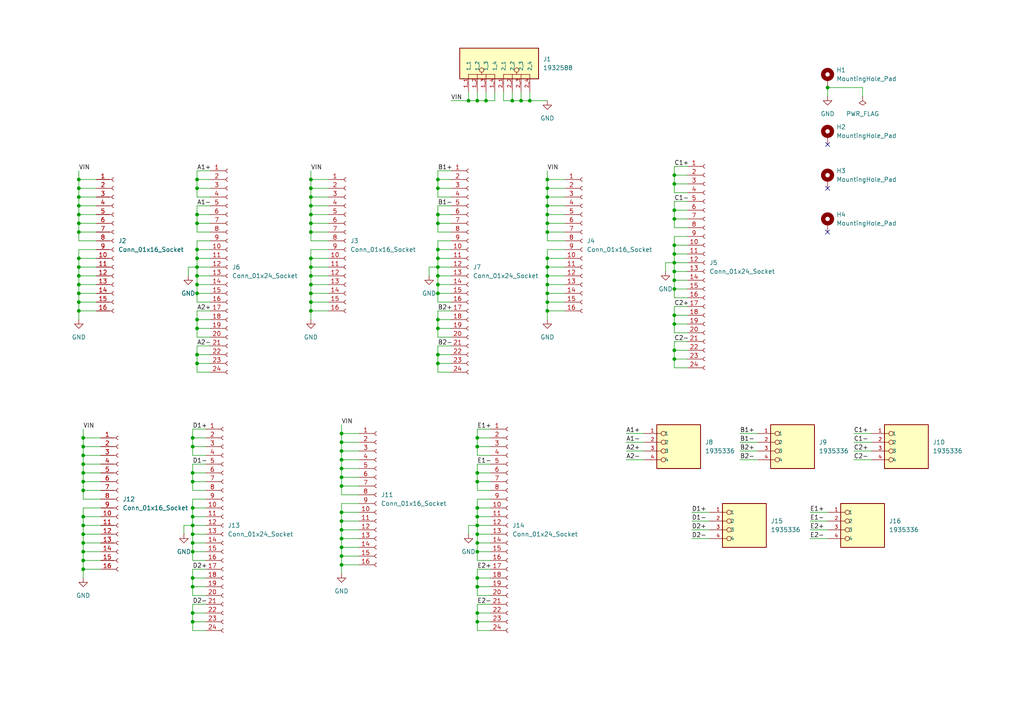
<source format=kicad_sch>
(kicad_sch (version 20250114) (generator "eeschema") (generator_version "9.0")
  (paper "A4")
  (lib_symbols
    (symbol "1932588:1932588" (pin_names (offset 1.016))
      (property "Reference" "J" (at -2.54 10.922 0))
      (property "Value" "1932588" (at -2.54 -15.24 0))
      (symbol "1932588_0_0"
        (rectangle (start -3.81 -12.7) (end 5.08 10.16) (stroke (width 0.254)) (fill (type background)))
        (polyline (pts (xy -2.54 7.62) (xy -2.54 3.81)) (stroke (width 0.1524)))
        (polyline (pts (xy -2.54 3.81) (xy -2.54 0)) (stroke (width 0.1524)))
        (polyline (pts (xy -2.54 3.81) (xy -1.905 3.81)) (stroke (width 0.1524)))
        (polyline (pts (xy -2.54 -2.54) (xy -2.54 -6.35)) (stroke (width 0.1524)))
        (polyline (pts (xy -2.54 -6.35) (xy -2.54 -10.16)) (stroke (width 0.1524)))
        (polyline (pts (xy -2.54 -6.35) (xy -1.905 -6.35)) (stroke (width 0.1524)))
        (circle (center -1.27 3.81) (radius 0.635) (stroke (width 0.1524)))
        (circle (center -1.27 -6.35) (radius 0.635) (stroke (width 0.1524)))
        (pin passive line (at -7.62 7.62 0) (length 5.08) (name "1_1") (number "1_1"))
        (pin passive line (at -7.62 5.08 0) (length 5.08) (name "1_2") (number "1_2"))
        (pin passive line (at -7.62 2.54 0) (length 5.08) (name "1_3") (number "1_3"))
        (pin passive line (at -7.62 0 0) (length 5.08) (name "1_4") (number "1_4"))
        (pin passive line (at -7.62 -2.54 0) (length 5.08) (name "2_1") (number "2_1"))
        (pin passive line (at -7.62 -5.08 0) (length 5.08) (name "2_2") (number "2_2"))
        (pin passive line (at -7.62 -7.62 0) (length 5.08) (name "2_3") (number "2_3"))
        (pin passive line (at -7.62 -10.16 0) (length 5.08) (name "2_4") (number "2_4"))
      )
    )
    (symbol "1935336:1935336" (pin_names (offset 1.016))
      (property "Reference" "J" (at -6.85 7.62 0))
      (property "Value" "1935336" (at -6.35 -7.62 0))
      (symbol "1935336_0_0"
        (rectangle (start -6.35 -5.08) (end 6.35 7.62) (stroke (width 0.254)) (fill (type background)))
        (circle (center -4.445 5.08) (radius 0.635) (stroke (width 0.1524)))
        (circle (center -4.445 2.54) (radius 0.635) (stroke (width 0.1524)))
        (circle (center -4.445 0) (radius 0.635) (stroke (width 0.1524)))
        (circle (center -4.445 -2.54) (radius 0.635) (stroke (width 0.1524)))
        (pin passive line (at -10.16 5.08 0) (length 5.08) (name "1") (number "1"))
        (pin passive line (at -10.16 2.54 0) (length 5.08) (name "2") (number "2"))
        (pin passive line (at -10.16 0 0) (length 5.08) (name "3") (number "3"))
        (pin passive line (at -10.16 -2.54 0) (length 5.08) (name "4") (number "4"))
      )
    )
    (symbol "Connector:Conn_01x16_Socket" (pin_names (offset 1.016) (hide yes))
      (property "Reference" "J" (at 0 20.32 0))
      (property "Value" "Conn_01x16_Socket" (at 0 -22.86 0))
      (symbol "Conn_01x16_Socket_1_1"
        (polyline (pts (xy -1.27 17.78) (xy -0.508 17.78)) (stroke (width 0.1524)))
        (polyline (pts (xy -1.27 15.24) (xy -0.508 15.24)) (stroke (width 0.1524)))
        (polyline (pts (xy -1.27 12.7) (xy -0.508 12.7)) (stroke (width 0.1524)))
        (polyline (pts (xy -1.27 10.16) (xy -0.508 10.16)) (stroke (width 0.1524)))
        (polyline (pts (xy -1.27 7.62) (xy -0.508 7.62)) (stroke (width 0.1524)))
        (polyline (pts (xy -1.27 5.08) (xy -0.508 5.08)) (stroke (width 0.1524)))
        (polyline (pts (xy -1.27 2.54) (xy -0.508 2.54)) (stroke (width 0.1524)))
        (polyline (pts (xy -1.27 0) (xy -0.508 0)) (stroke (width 0.1524)))
        (polyline (pts (xy -1.27 -2.54) (xy -0.508 -2.54)) (stroke (width 0.1524)))
        (polyline (pts (xy -1.27 -5.08) (xy -0.508 -5.08)) (stroke (width 0.1524)))
        (polyline (pts (xy -1.27 -7.62) (xy -0.508 -7.62)) (stroke (width 0.1524)))
        (polyline (pts (xy -1.27 -10.16) (xy -0.508 -10.16)) (stroke (width 0.1524)))
        (polyline (pts (xy -1.27 -12.7) (xy -0.508 -12.7)) (stroke (width 0.1524)))
        (polyline (pts (xy -1.27 -15.24) (xy -0.508 -15.24)) (stroke (width 0.1524)))
        (polyline (pts (xy -1.27 -17.78) (xy -0.508 -17.78)) (stroke (width 0.1524)))
        (polyline (pts (xy -1.27 -20.32) (xy -0.508 -20.32)) (stroke (width 0.1524)))
        (arc (start 0 17.272) (mid -0.5058 17.78) (end 0 18.288) (stroke (width 0.1524)))
        (arc (start 0 14.732) (mid -0.5058 15.24) (end 0 15.748) (stroke (width 0.1524)))
        (arc (start 0 12.192) (mid -0.5058 12.7) (end 0 13.208) (stroke (width 0.1524)))
        (arc (start 0 9.652) (mid -0.5058 10.16) (end 0 10.668) (stroke (width 0.1524)))
        (arc (start 0 7.112) (mid -0.5058 7.62) (end 0 8.128) (stroke (width 0.1524)))
        (arc (start 0 4.572) (mid -0.5058 5.08) (end 0 5.588) (stroke (width 0.1524)))
        (arc (start 0 2.032) (mid -0.5058 2.54) (end 0 3.048) (stroke (width 0.1524)))
        (arc (start 0 -0.508) (mid -0.5058 0) (end 0 0.508) (stroke (width 0.1524)))
        (arc (start 0 -3.048) (mid -0.5058 -2.54) (end 0 -2.032) (stroke (width 0.1524)))
        (arc (start 0 -5.588) (mid -0.5058 -5.08) (end 0 -4.572) (stroke (width 0.1524)))
        (arc (start 0 -8.128) (mid -0.5058 -7.62) (end 0 -7.112) (stroke (width 0.1524)))
        (arc (start 0 -10.668) (mid -0.5058 -10.16) (end 0 -9.652) (stroke (width 0.1524)))
        (arc (start 0 -13.208) (mid -0.5058 -12.7) (end 0 -12.192) (stroke (width 0.1524)))
        (arc (start 0 -15.748) (mid -0.5058 -15.24) (end 0 -14.732) (stroke (width 0.1524)))
        (arc (start 0 -18.288) (mid -0.5058 -17.78) (end 0 -17.272) (stroke (width 0.1524)))
        (arc (start 0 -20.828) (mid -0.5058 -20.32) (end 0 -19.812) (stroke (width 0.1524)))
        (pin passive line (at -5.08 17.78 0) (length 3.81) (name "Pin_1") (number "1"))
        (pin passive line (at -5.08 15.24 0) (length 3.81) (name "Pin_2") (number "2"))
        (pin passive line (at -5.08 12.7 0) (length 3.81) (name "Pin_3") (number "3"))
        (pin passive line (at -5.08 10.16 0) (length 3.81) (name "Pin_4") (number "4"))
        (pin passive line (at -5.08 7.62 0) (length 3.81) (name "Pin_5") (number "5"))
        (pin passive line (at -5.08 5.08 0) (length 3.81) (name "Pin_6") (number "6"))
        (pin passive line (at -5.08 2.54 0) (length 3.81) (name "Pin_7") (number "7"))
        (pin passive line (at -5.08 0 0) (length 3.81) (name "Pin_8") (number "8"))
        (pin passive line (at -5.08 -2.54 0) (length 3.81) (name "Pin_9") (number "9"))
        (pin passive line (at -5.08 -5.08 0) (length 3.81) (name "Pin_10") (number "10"))
        (pin passive line (at -5.08 -7.62 0) (length 3.81) (name "Pin_11") (number "11"))
        (pin passive line (at -5.08 -10.16 0) (length 3.81) (name "Pin_12") (number "12"))
        (pin passive line (at -5.08 -12.7 0) (length 3.81) (name "Pin_13") (number "13"))
        (pin passive line (at -5.08 -15.24 0) (length 3.81) (name "Pin_14") (number "14"))
        (pin passive line (at -5.08 -17.78 0) (length 3.81) (name "Pin_15") (number "15"))
        (pin passive line (at -5.08 -20.32 0) (length 3.81) (name "Pin_16") (number "16"))
      )
    )
    (symbol "Connector:Conn_01x24_Socket" (pin_names (offset 1.016) (hide yes))
      (property "Reference" "J" (at 0 30.48 0))
      (property "Value" "Conn_01x24_Socket" (at 0 -33.02 0))
      (symbol "Conn_01x24_Socket_1_1"
        (polyline (pts (xy -1.27 27.94) (xy -0.508 27.94)) (stroke (width 0.1524)))
        (polyline (pts (xy -1.27 25.4) (xy -0.508 25.4)) (stroke (width 0.1524)))
        (polyline (pts (xy -1.27 22.86) (xy -0.508 22.86)) (stroke (width 0.1524)))
        (polyline (pts (xy -1.27 20.32) (xy -0.508 20.32)) (stroke (width 0.1524)))
        (polyline (pts (xy -1.27 17.78) (xy -0.508 17.78)) (stroke (width 0.1524)))
        (polyline (pts (xy -1.27 15.24) (xy -0.508 15.24)) (stroke (width 0.1524)))
        (polyline (pts (xy -1.27 12.7) (xy -0.508 12.7)) (stroke (width 0.1524)))
        (polyline (pts (xy -1.27 10.16) (xy -0.508 10.16)) (stroke (width 0.1524)))
        (polyline (pts (xy -1.27 7.62) (xy -0.508 7.62)) (stroke (width 0.1524)))
        (polyline (pts (xy -1.27 5.08) (xy -0.508 5.08)) (stroke (width 0.1524)))
        (polyline (pts (xy -1.27 2.54) (xy -0.508 2.54)) (stroke (width 0.1524)))
        (polyline (pts (xy -1.27 0) (xy -0.508 0)) (stroke (width 0.1524)))
        (polyline (pts (xy -1.27 -2.54) (xy -0.508 -2.54)) (stroke (width 0.1524)))
        (polyline (pts (xy -1.27 -5.08) (xy -0.508 -5.08)) (stroke (width 0.1524)))
        (polyline (pts (xy -1.27 -7.62) (xy -0.508 -7.62)) (stroke (width 0.1524)))
        (polyline (pts (xy -1.27 -10.16) (xy -0.508 -10.16)) (stroke (width 0.1524)))
        (polyline (pts (xy -1.27 -12.7) (xy -0.508 -12.7)) (stroke (width 0.1524)))
        (polyline (pts (xy -1.27 -15.24) (xy -0.508 -15.24)) (stroke (width 0.1524)))
        (polyline (pts (xy -1.27 -17.78) (xy -0.508 -17.78)) (stroke (width 0.1524)))
        (polyline (pts (xy -1.27 -20.32) (xy -0.508 -20.32)) (stroke (width 0.1524)))
        (polyline (pts (xy -1.27 -22.86) (xy -0.508 -22.86)) (stroke (width 0.1524)))
        (polyline (pts (xy -1.27 -25.4) (xy -0.508 -25.4)) (stroke (width 0.1524)))
        (polyline (pts (xy -1.27 -27.94) (xy -0.508 -27.94)) (stroke (width 0.1524)))
        (polyline (pts (xy -1.27 -30.48) (xy -0.508 -30.48)) (stroke (width 0.1524)))
        (arc (start 0 27.432) (mid -0.5058 27.94) (end 0 28.448) (stroke (width 0.1524)))
        (arc (start 0 24.892) (mid -0.5058 25.4) (end 0 25.908) (stroke (width 0.1524)))
        (arc (start 0 22.352) (mid -0.5058 22.86) (end 0 23.368) (stroke (width 0.1524)))
        (arc (start 0 19.812) (mid -0.5058 20.32) (end 0 20.828) (stroke (width 0.1524)))
        (arc (start 0 17.272) (mid -0.5058 17.78) (end 0 18.288) (stroke (width 0.1524)))
        (arc (start 0 14.732) (mid -0.5058 15.24) (end 0 15.748) (stroke (width 0.1524)))
        (arc (start 0 12.192) (mid -0.5058 12.7) (end 0 13.208) (stroke (width 0.1524)))
        (arc (start 0 9.652) (mid -0.5058 10.16) (end 0 10.668) (stroke (width 0.1524)))
        (arc (start 0 7.112) (mid -0.5058 7.62) (end 0 8.128) (stroke (width 0.1524)))
        (arc (start 0 4.572) (mid -0.5058 5.08) (end 0 5.588) (stroke (width 0.1524)))
        (arc (start 0 2.032) (mid -0.5058 2.54) (end 0 3.048) (stroke (width 0.1524)))
        (arc (start 0 -0.508) (mid -0.5058 0) (end 0 0.508) (stroke (width 0.1524)))
        (arc (start 0 -3.048) (mid -0.5058 -2.54) (end 0 -2.032) (stroke (width 0.1524)))
        (arc (start 0 -5.588) (mid -0.5058 -5.08) (end 0 -4.572) (stroke (width 0.1524)))
        (arc (start 0 -8.128) (mid -0.5058 -7.62) (end 0 -7.112) (stroke (width 0.1524)))
        (arc (start 0 -10.668) (mid -0.5058 -10.16) (end 0 -9.652) (stroke (width 0.1524)))
        (arc (start 0 -13.208) (mid -0.5058 -12.7) (end 0 -12.192) (stroke (width 0.1524)))
        (arc (start 0 -15.748) (mid -0.5058 -15.24) (end 0 -14.732) (stroke (width 0.1524)))
        (arc (start 0 -18.288) (mid -0.5058 -17.78) (end 0 -17.272) (stroke (width 0.1524)))
        (arc (start 0 -20.828) (mid -0.5058 -20.32) (end 0 -19.812) (stroke (width 0.1524)))
        (arc (start 0 -23.368) (mid -0.5058 -22.86) (end 0 -22.352) (stroke (width 0.1524)))
        (arc (start 0 -25.908) (mid -0.5058 -25.4) (end 0 -24.892) (stroke (width 0.1524)))
        (arc (start 0 -28.448) (mid -0.5058 -27.94) (end 0 -27.432) (stroke (width 0.1524)))
        (arc (start 0 -30.988) (mid -0.5058 -30.48) (end 0 -29.972) (stroke (width 0.1524)))
        (pin passive line (at -5.08 27.94 0) (length 3.81) (name "Pin_1") (number "1"))
        (pin passive line (at -5.08 25.4 0) (length 3.81) (name "Pin_2") (number "2"))
        (pin passive line (at -5.08 22.86 0) (length 3.81) (name "Pin_3") (number "3"))
        (pin passive line (at -5.08 20.32 0) (length 3.81) (name "Pin_4") (number "4"))
        (pin passive line (at -5.08 17.78 0) (length 3.81) (name "Pin_5") (number "5"))
        (pin passive line (at -5.08 15.24 0) (length 3.81) (name "Pin_6") (number "6"))
        (pin passive line (at -5.08 12.7 0) (length 3.81) (name "Pin_7") (number "7"))
        (pin passive line (at -5.08 10.16 0) (length 3.81) (name "Pin_8") (number "8"))
        (pin passive line (at -5.08 7.62 0) (length 3.81) (name "Pin_9") (number "9"))
        (pin passive line (at -5.08 5.08 0) (length 3.81) (name "Pin_10") (number "10"))
        (pin passive line (at -5.08 2.54 0) (length 3.81) (name "Pin_11") (number "11"))
        (pin passive line (at -5.08 0 0) (length 3.81) (name "Pin_12") (number "12"))
        (pin passive line (at -5.08 -2.54 0) (length 3.81) (name "Pin_13") (number "13"))
        (pin passive line (at -5.08 -5.08 0) (length 3.81) (name "Pin_14") (number "14"))
        (pin passive line (at -5.08 -7.62 0) (length 3.81) (name "Pin_15") (number "15"))
        (pin passive line (at -5.08 -10.16 0) (length 3.81) (name "Pin_16") (number "16"))
        (pin passive line (at -5.08 -12.7 0) (length 3.81) (name "Pin_17") (number "17"))
        (pin passive line (at -5.08 -15.24 0) (length 3.81) (name "Pin_18") (number "18"))
        (pin passive line (at -5.08 -17.78 0) (length 3.81) (name "Pin_19") (number "19"))
        (pin passive line (at -5.08 -20.32 0) (length 3.81) (name "Pin_20") (number "20"))
        (pin passive line (at -5.08 -22.86 0) (length 3.81) (name "Pin_21") (number "21"))
        (pin passive line (at -5.08 -25.4 0) (length 3.81) (name "Pin_22") (number "22"))
        (pin passive line (at -5.08 -27.94 0) (length 3.81) (name "Pin_23") (number "23"))
        (pin passive line (at -5.08 -30.48 0) (length 3.81) (name "Pin_24") (number "24"))
      )
    )
    (symbol "Mechanical:MountingHole_Pad" (pin_numbers (hide yes)) (pin_names (offset 1.016) (hide yes)) (exclude_from_sim yes) (in_bom no)
      (property "Reference" "H" (at 0 6.35 0))
      (property "Value" "MountingHole_Pad" (at 0 4.445 0))
      (symbol "MountingHole_Pad_0_1"
        (circle (center 0 1.27) (radius 1.27) (stroke (width 1.27)))
      )
      (symbol "MountingHole_Pad_1_1"
        (pin input line (at 0 -2.54 90) (length 2.54) (name "1") (number "1"))
      )
    )
    (symbol "power:GND" (power) (pin_numbers (hide yes)) (pin_names (offset 0) (hide yes))
      (property "Value" "GND" (at 0 -3.81 0))
      (symbol "GND_0_1"
        (polyline (pts (xy 0 0) (xy 0 -1.27) (xy 1.27 -1.27) (xy 0 -2.54) (xy -1.27 -1.27) (xy 0 -1.27)))
      )
      (symbol "GND_1_1"
        (pin power_in line (at 0 0 270) (length 0) (name "~") (number "1"))
      )
    )
    (symbol "power:PWR_FLAG" (power) (pin_numbers (hide yes)) (pin_names (offset 0) (hide yes))
      (property "Value" "PWR_FLAG" (at 0 3.81 0))
      (symbol "PWR_FLAG_0_0"
        (pin power_out line (at 0 0 90) (length 0) (name "~") (number "1"))
      )
      (symbol "PWR_FLAG_0_1"
        (polyline (pts (xy 0 0) (xy 0 1.27) (xy -1.016 1.905) (xy 0 2.54) (xy 1.016 1.905) (xy 0 1.27)))
      )
    )
  )
  (junction (at 127 54.61))
  (junction (at 24.13 137.16))
  (junction (at 240.03 25.4))
  (junction (at 22.86 59.69))
  (junction (at 195.58 60.96))
  (junction (at 22.86 64.77))
  (junction (at 127 92.71))
  (junction (at 24.13 160.02))
  (junction (at 57.15 80.01))
  (junction (at 127 85.09))
  (junction (at 90.17 62.23))
  (junction (at 57.15 62.23))
  (junction (at 195.58 83.82))
  (junction (at 24.13 154.94))
  (junction (at 127 95.25))
  (junction (at 90.17 67.31))
  (junction (at 99.06 163.83))
  (junction (at 195.58 50.8))
  (junction (at 158.75 54.61))
  (junction (at 138.43 157.48))
  (junction (at 22.86 54.61))
  (junction (at 195.58 104.14))
  (junction (at 99.06 130.81))
  (junction (at 127 74.93))
  (junction (at 138.43 180.34))
  (junction (at 158.75 67.31))
  (junction (at 158.75 52.07))
  (junction (at 158.75 87.63))
  (junction (at 99.06 140.97))
  (junction (at 55.88 177.8))
  (junction (at 99.06 153.67))
  (junction (at 158.75 85.09))
  (junction (at 57.15 102.87))
  (junction (at 57.15 92.71))
  (junction (at 127 105.41))
  (junction (at 99.06 151.13))
  (junction (at 22.86 62.23))
  (junction (at 158.75 57.15))
  (junction (at 99.06 135.89))
  (junction (at 24.13 152.4))
  (junction (at 158.75 90.17))
  (junction (at 158.75 80.01))
  (junction (at 24.13 149.86))
  (junction (at 158.75 82.55))
  (junction (at 99.06 128.27))
  (junction (at 57.15 72.39))
  (junction (at 90.17 87.63))
  (junction (at 57.15 52.07))
  (junction (at 138.43 137.16))
  (junction (at 158.75 64.77))
  (junction (at 22.86 85.09))
  (junction (at 138.43 167.64))
  (junction (at 158.75 62.23))
  (junction (at 195.58 101.6))
  (junction (at 99.06 125.73))
  (junction (at 22.86 52.07))
  (junction (at 55.88 167.64))
  (junction (at 153.67 29.21))
  (junction (at 24.13 129.54))
  (junction (at 138.43 147.32))
  (junction (at 99.06 161.29))
  (junction (at 127 64.77))
  (junction (at 195.58 71.12))
  (junction (at 57.15 82.55))
  (junction (at 138.43 177.8))
  (junction (at 24.13 132.08))
  (junction (at 158.75 74.93))
  (junction (at 135.89 29.21))
  (junction (at 138.43 152.4))
  (junction (at 138.43 160.02))
  (junction (at 140.97 29.21))
  (junction (at 158.75 77.47))
  (junction (at 55.88 129.54))
  (junction (at 148.59 29.21))
  (junction (at 90.17 74.93))
  (junction (at 55.88 154.94))
  (junction (at 57.15 105.41))
  (junction (at 158.75 59.69))
  (junction (at 195.58 73.66))
  (junction (at 22.86 87.63))
  (junction (at 22.86 57.15))
  (junction (at 22.86 80.01))
  (junction (at 127 82.55))
  (junction (at 90.17 59.69))
  (junction (at 55.88 170.18))
  (junction (at 99.06 148.59))
  (junction (at 24.13 127))
  (junction (at 22.86 90.17))
  (junction (at 57.15 85.09))
  (junction (at 195.58 81.28))
  (junction (at 90.17 82.55))
  (junction (at 57.15 54.61))
  (junction (at 99.06 158.75))
  (junction (at 57.15 74.93))
  (junction (at 24.13 162.56))
  (junction (at 151.13 29.21))
  (junction (at 90.17 54.61))
  (junction (at 90.17 77.47))
  (junction (at 99.06 156.21))
  (junction (at 127 52.07))
  (junction (at 22.86 82.55))
  (junction (at 24.13 139.7))
  (junction (at 138.43 139.7))
  (junction (at 22.86 74.93))
  (junction (at 99.06 138.43))
  (junction (at 195.58 76.2))
  (junction (at 55.88 139.7))
  (junction (at 22.86 67.31))
  (junction (at 90.17 52.07))
  (junction (at 55.88 157.48))
  (junction (at 138.43 154.94))
  (junction (at 24.13 165.1))
  (junction (at 57.15 77.47))
  (junction (at 127 80.01))
  (junction (at 195.58 53.34))
  (junction (at 57.15 95.25))
  (junction (at 195.58 78.74))
  (junction (at 127 72.39))
  (junction (at 138.43 127))
  (junction (at 55.88 137.16))
  (junction (at 55.88 127))
  (junction (at 90.17 64.77))
  (junction (at 195.58 91.44))
  (junction (at 138.43 170.18))
  (junction (at 57.15 64.77))
  (junction (at 90.17 80.01))
  (junction (at 24.13 142.24))
  (junction (at 90.17 57.15))
  (junction (at 90.17 85.09))
  (junction (at 55.88 152.4))
  (junction (at 127 62.23))
  (junction (at 127 102.87))
  (junction (at 195.58 93.98))
  (junction (at 127 77.47))
  (junction (at 138.43 149.86))
  (junction (at 55.88 149.86))
  (junction (at 55.88 147.32))
  (junction (at 24.13 157.48))
  (junction (at 90.17 90.17))
  (junction (at 138.43 129.54))
  (junction (at 24.13 134.62))
  (junction (at 99.06 133.35))
  (junction (at 138.43 29.21))
  (junction (at 195.58 63.5))
  (junction (at 55.88 160.02))
  (junction (at 22.86 77.47))
  (junction (at 55.88 180.34))
  (no_connect (at 240.03 67.31))
  (no_connect (at 240.03 54.61))
  (no_connect (at 240.03 41.91))
  (wire (pts (xy 127 102.87) (xy 127 105.41)))
  (wire (pts (xy 158.75 87.63) (xy 163.83 87.63)))
  (wire (pts (xy 158.75 92.71) (xy 158.75 90.17)))
  (wire (pts (xy 57.15 54.61) (xy 57.15 57.15)))
  (wire (pts (xy 27.94 52.07) (xy 22.86 52.07)))
  (wire (pts (xy 158.75 85.09) (xy 163.83 85.09)))
  (wire (pts (xy 55.88 129.54) (xy 59.69 129.54)))
  (wire (pts (xy 24.13 149.86) (xy 29.21 149.86)))
  (wire (pts (xy 57.15 72.39) (xy 60.96 72.39)))
  (wire (pts (xy 90.17 64.77) (xy 95.25 64.77)))
  (wire (pts (xy 22.86 62.23) (xy 22.86 64.77)))
  (wire (pts (xy 57.15 77.47) (xy 60.96 77.47)))
  (wire (pts (xy 158.75 80.01) (xy 163.83 80.01)))
  (wire (pts (xy 158.75 82.55) (xy 163.83 82.55)))
  (wire (pts (xy 195.58 53.34) (xy 199.39 53.34)))
  (wire (pts (xy 22.86 74.93) (xy 27.94 74.93)))
  (wire (pts (xy 55.88 162.56) (xy 59.69 162.56)))
  (wire (pts (xy 57.15 95.25) (xy 57.15 97.79)))
  (wire (pts (xy 138.43 127) (xy 142.24 127)))
  (wire (pts (xy 90.17 80.01) (xy 90.17 77.47)))
  (wire (pts (xy 90.17 90.17) (xy 90.17 87.63)))
  (wire (pts (xy 22.86 92.71) (xy 22.86 90.17)))
  (wire (pts (xy 158.75 69.85) (xy 163.83 69.85)))
  (wire (pts (xy 195.58 68.58) (xy 195.58 71.12)))
  (wire (pts (xy 99.06 161.29) (xy 104.14 161.29)))
  (wire (pts (xy 195.58 104.14) (xy 195.58 106.68)))
  (wire (pts (xy 130.81 90.17) (xy 127 90.17)))
  (wire (pts (xy 55.88 147.32) (xy 59.69 147.32)))
  (wire (pts (xy 24.13 147.32) (xy 29.21 147.32)))
  (wire (pts (xy 234.95 148.59) (xy 240.03 148.59)))
  (wire (pts (xy 57.15 90.17) (xy 57.15 92.71)))
  (wire (pts (xy 99.06 138.43) (xy 104.14 138.43)))
  (wire (pts (xy 90.17 54.61) (xy 90.17 57.15)))
  (wire (pts (xy 57.15 54.61) (xy 60.96 54.61)))
  (wire (pts (xy 22.86 59.69) (xy 27.94 59.69)))
  (wire (pts (xy 99.06 148.59) (xy 104.14 148.59)))
  (wire (pts (xy 99.06 135.89) (xy 104.14 135.89)))
  (wire (pts (xy 138.43 170.18) (xy 138.43 172.72)))
  (wire (pts (xy 57.15 59.69) (xy 57.15 62.23)))
  (wire (pts (xy 27.94 90.17) (xy 22.86 90.17)))
  (wire (pts (xy 99.06 130.81) (xy 99.06 133.35)))
  (wire (pts (xy 55.88 149.86) (xy 59.69 149.86)))
  (wire (pts (xy 99.06 133.35) (xy 104.14 133.35)))
  (wire (pts (xy 138.43 167.64) (xy 142.24 167.64)))
  (wire (pts (xy 24.13 165.1) (xy 24.13 162.56)))
  (wire (pts (xy 138.43 165.1) (xy 138.43 167.64)))
  (wire (pts (xy 138.43 139.7) (xy 138.43 142.24)))
  (wire (pts (xy 55.88 142.24) (xy 59.69 142.24)))
  (wire (pts (xy 104.14 125.73) (xy 99.06 125.73)))
  (wire (pts (xy 138.43 147.32) (xy 142.24 147.32)))
  (wire (pts (xy 24.13 149.86) (xy 24.13 147.32)))
  (wire (pts (xy 57.15 67.31) (xy 60.96 67.31)))
  (wire (pts (xy 250.19 25.4) (xy 240.03 25.4)))
  (wire (pts (xy 55.88 170.18) (xy 55.88 172.72)))
  (wire (pts (xy 127 52.07) (xy 127 54.61)))
  (wire (pts (xy 24.13 157.48) (xy 29.21 157.48)))
  (wire (pts (xy 140.97 29.21) (xy 138.43 29.21)))
  (wire (pts (xy 59.69 175.26) (xy 55.88 175.26)))
  (wire (pts (xy 130.81 80.01) (xy 127 80.01)))
  (wire (pts (xy 143.51 29.21) (xy 140.97 29.21)))
  (wire (pts (xy 138.43 127) (xy 138.43 129.54)))
  (wire (pts (xy 195.58 93.98) (xy 195.58 96.52)))
  (wire (pts (xy 138.43 157.48) (xy 142.24 157.48)))
  (wire (pts (xy 127 102.87) (xy 130.81 102.87)))
  (wire (pts (xy 158.75 62.23) (xy 158.75 64.77)))
  (wire (pts (xy 138.43 162.56) (xy 142.24 162.56)))
  (wire (pts (xy 127 77.47) (xy 130.81 77.47)))
  (wire (pts (xy 22.86 57.15) (xy 27.94 57.15)))
  (wire (pts (xy 55.88 157.48) (xy 59.69 157.48)))
  (wire (pts (xy 24.13 129.54) (xy 24.13 132.08)))
  (wire (pts (xy 22.86 74.93) (xy 22.86 72.39)))
  (wire (pts (xy 22.86 85.09) (xy 22.86 82.55)))
  (wire (pts (xy 55.88 177.8) (xy 55.88 180.34)))
  (wire (pts (xy 99.06 140.97) (xy 99.06 143.51)))
  (wire (pts (xy 57.15 69.85) (xy 57.15 72.39)))
  (wire (pts (xy 55.88 170.18) (xy 59.69 170.18)))
  (wire (pts (xy 24.13 137.16) (xy 24.13 139.7)))
  (wire (pts (xy 140.97 26.67) (xy 140.97 29.21)))
  (wire (pts (xy 199.39 99.06) (xy 195.58 99.06)))
  (wire (pts (xy 138.43 134.62) (xy 138.43 137.16)))
  (wire (pts (xy 24.13 157.48) (xy 24.13 154.94)))
  (wire (pts (xy 138.43 167.64) (xy 138.43 170.18)))
  (wire (pts (xy 22.86 82.55) (xy 27.94 82.55)))
  (wire (pts (xy 158.75 64.77) (xy 158.75 67.31)))
  (wire (pts (xy 158.75 67.31) (xy 158.75 69.85)))
  (wire (pts (xy 57.15 82.55) (xy 60.96 82.55)))
  (wire (pts (xy 22.86 82.55) (xy 22.86 80.01)))
  (wire (pts (xy 55.88 180.34) (xy 55.88 182.88)))
  (wire (pts (xy 22.86 64.77) (xy 22.86 67.31)))
  (wire (pts (xy 127 52.07) (xy 130.81 52.07)))
  (wire (pts (xy 158.75 77.47) (xy 158.75 74.93)))
  (wire (pts (xy 24.13 160.02) (xy 29.21 160.02)))
  (wire (pts (xy 181.61 128.27) (xy 186.69 128.27)))
  (wire (pts (xy 127 69.85) (xy 127 72.39)))
  (wire (pts (xy 90.17 57.15) (xy 90.17 59.69)))
  (wire (pts (xy 53.34 152.4) (xy 53.34 154.94)))
  (wire (pts (xy 234.95 151.13) (xy 240.03 151.13)))
  (wire (pts (xy 60.96 100.33) (xy 57.15 100.33)))
  (wire (pts (xy 99.06 161.29) (xy 99.06 158.75)))
  (wire (pts (xy 55.88 127) (xy 59.69 127)))
  (wire (pts (xy 24.13 139.7) (xy 29.21 139.7)))
  (wire (pts (xy 22.86 72.39) (xy 27.94 72.39)))
  (wire (pts (xy 90.17 62.23) (xy 95.25 62.23)))
  (wire (pts (xy 138.43 132.08) (xy 142.24 132.08)))
  (wire (pts (xy 57.15 62.23) (xy 60.96 62.23)))
  (wire (pts (xy 99.06 140.97) (xy 104.14 140.97)))
  (wire (pts (xy 127 74.93) (xy 130.81 74.93)))
  (wire (pts (xy 57.15 64.77) (xy 57.15 67.31)))
  (wire (pts (xy 138.43 152.4) (xy 135.89 152.4)))
  (wire (pts (xy 153.67 26.67) (xy 153.67 29.21)))
  (wire (pts (xy 54.61 77.47) (xy 54.61 80.01)))
  (wire (pts (xy 90.17 62.23) (xy 90.17 64.77)))
  (wire (pts (xy 195.58 71.12) (xy 195.58 73.66)))
  (wire (pts (xy 195.58 53.34) (xy 195.58 55.88)))
  (wire (pts (xy 29.21 165.1) (xy 24.13 165.1)))
  (wire (pts (xy 195.58 66.04) (xy 199.39 66.04)))
  (wire (pts (xy 158.75 77.47) (xy 163.83 77.47)))
  (wire (pts (xy 99.06 153.67) (xy 99.06 151.13)))
  (wire (pts (xy 55.88 137.16) (xy 59.69 137.16)))
  (wire (pts (xy 57.15 107.95) (xy 60.96 107.95)))
  (wire (pts (xy 158.75 90.17) (xy 158.75 87.63)))
  (wire (pts (xy 195.58 63.5) (xy 195.58 66.04)))
  (wire (pts (xy 24.13 162.56) (xy 29.21 162.56)))
  (wire (pts (xy 57.15 74.93) (xy 60.96 74.93)))
  (wire (pts (xy 158.75 62.23) (xy 163.83 62.23)))
  (wire (pts (xy 127 57.15) (xy 130.81 57.15)))
  (wire (pts (xy 127 80.01) (xy 127 82.55)))
  (wire (pts (xy 158.75 74.93) (xy 163.83 74.93)))
  (wire (pts (xy 55.88 157.48) (xy 55.88 160.02)))
  (wire (pts (xy 138.43 139.7) (xy 142.24 139.7)))
  (wire (pts (xy 24.13 139.7) (xy 24.13 142.24)))
  (wire (pts (xy 24.13 154.94) (xy 24.13 152.4)))
  (wire (pts (xy 99.06 128.27) (xy 99.06 130.81)))
  (wire (pts (xy 55.88 152.4) (xy 59.69 152.4)))
  (wire (pts (xy 158.75 49.53) (xy 158.75 52.07)))
  (wire (pts (xy 90.17 67.31) (xy 90.17 69.85)))
  (wire (pts (xy 55.88 167.64) (xy 55.88 170.18)))
  (wire (pts (xy 234.95 156.21) (xy 240.03 156.21)))
  (wire (pts (xy 57.15 57.15) (xy 60.96 57.15)))
  (wire (pts (xy 55.88 132.08) (xy 59.69 132.08)))
  (wire (pts (xy 22.86 80.01) (xy 27.94 80.01)))
  (wire (pts (xy 135.89 152.4) (xy 135.89 154.94)))
  (wire (pts (xy 214.63 125.73) (xy 219.71 125.73)))
  (wire (pts (xy 127 107.95) (xy 130.81 107.95)))
  (wire (pts (xy 127 77.47) (xy 124.46 77.47)))
  (wire (pts (xy 99.06 125.73) (xy 99.06 128.27)))
  (wire (pts (xy 138.43 177.8) (xy 142.24 177.8)))
  (wire (pts (xy 195.58 104.14) (xy 199.39 104.14)))
  (wire (pts (xy 200.66 153.67) (xy 205.74 153.67)))
  (wire (pts (xy 195.58 99.06) (xy 195.58 101.6)))
  (wire (pts (xy 195.58 106.68) (xy 199.39 106.68)))
  (wire (pts (xy 22.86 77.47) (xy 22.86 74.93)))
  (wire (pts (xy 24.13 152.4) (xy 29.21 152.4)))
  (wire (pts (xy 158.75 67.31) (xy 163.83 67.31)))
  (wire (pts (xy 138.43 160.02) (xy 142.24 160.02)))
  (wire (pts (xy 57.15 102.87) (xy 60.96 102.87)))
  (wire (pts (xy 57.15 80.01) (xy 57.15 82.55)))
  (wire (pts (xy 55.88 124.46) (xy 55.88 127)))
  (wire (pts (xy 55.88 160.02) (xy 55.88 162.56)))
  (wire (pts (xy 158.75 64.77) (xy 163.83 64.77)))
  (wire (pts (xy 138.43 182.88) (xy 142.24 182.88)))
  (wire (pts (xy 24.13 132.08) (xy 24.13 134.62)))
  (wire (pts (xy 193.04 76.2) (xy 193.04 78.74)))
  (wire (pts (xy 90.17 74.93) (xy 95.25 74.93)))
  (wire (pts (xy 195.58 93.98) (xy 199.39 93.98)))
  (wire (pts (xy 158.75 80.01) (xy 158.75 77.47)))
  (wire (pts (xy 57.15 52.07) (xy 57.15 54.61)))
  (wire (pts (xy 247.65 125.73) (xy 252.73 125.73)))
  (wire (pts (xy 24.13 142.24) (xy 29.21 142.24)))
  (wire (pts (xy 99.06 123.19) (xy 99.06 125.73)))
  (wire (pts (xy 99.06 143.51) (xy 104.14 143.51)))
  (wire (pts (xy 127 105.41) (xy 130.81 105.41)))
  (wire (pts (xy 195.58 73.66) (xy 195.58 76.2)))
  (wire (pts (xy 22.86 85.09) (xy 27.94 85.09)))
  (wire (pts (xy 127 95.25) (xy 127 97.79)))
  (wire (pts (xy 90.17 82.55) (xy 95.25 82.55)))
  (wire (pts (xy 90.17 85.09) (xy 95.25 85.09)))
  (wire (pts (xy 195.58 76.2) (xy 199.39 76.2)))
  (wire (pts (xy 57.15 92.71) (xy 60.96 92.71)))
  (wire (pts (xy 57.15 72.39) (xy 57.15 74.93)))
  (wire (pts (xy 90.17 77.47) (xy 95.25 77.47)))
  (wire (pts (xy 24.13 124.46) (xy 24.13 127)))
  (wire (pts (xy 130.81 59.69) (xy 127 59.69)))
  (wire (pts (xy 90.17 82.55) (xy 90.17 80.01)))
  (wire (pts (xy 138.43 177.8) (xy 138.43 180.34)))
  (wire (pts (xy 130.81 49.53) (xy 127 49.53)))
  (wire (pts (xy 90.17 52.07) (xy 90.17 54.61)))
  (wire (pts (xy 199.39 58.42) (xy 195.58 58.42)))
  (wire (pts (xy 199.39 68.58) (xy 195.58 68.58)))
  (wire (pts (xy 22.86 57.15) (xy 22.86 59.69)))
  (wire (pts (xy 195.58 55.88) (xy 199.39 55.88)))
  (wire (pts (xy 127 82.55) (xy 127 85.09)))
  (wire (pts (xy 158.75 85.09) (xy 158.75 82.55)))
  (wire (pts (xy 247.65 128.27) (xy 252.73 128.27)))
  (wire (pts (xy 55.88 172.72) (xy 59.69 172.72)))
  (wire (pts (xy 199.39 78.74) (xy 195.58 78.74)))
  (wire (pts (xy 127 85.09) (xy 130.81 85.09)))
  (wire (pts (xy 195.58 63.5) (xy 199.39 63.5)))
  (wire (pts (xy 127 77.47) (xy 127 80.01)))
  (wire (pts (xy 57.15 77.47) (xy 54.61 77.47)))
  (wire (pts (xy 55.88 180.34) (xy 59.69 180.34)))
  (wire (pts (xy 22.86 69.85) (xy 27.94 69.85)))
  (wire (pts (xy 22.86 67.31) (xy 22.86 69.85)))
  (wire (pts (xy 24.13 154.94) (xy 29.21 154.94)))
  (wire (pts (xy 99.06 151.13) (xy 104.14 151.13)))
  (wire (pts (xy 127 72.39) (xy 130.81 72.39)))
  (wire (pts (xy 24.13 162.56) (xy 24.13 160.02)))
  (wire (pts (xy 99.06 166.37) (xy 99.06 163.83)))
  (wire (pts (xy 135.89 26.67) (xy 135.89 29.21)))
  (wire (pts (xy 57.15 95.25) (xy 60.96 95.25)))
  (wire (pts (xy 59.69 154.94) (xy 55.88 154.94)))
  (wire (pts (xy 200.66 148.59) (xy 205.74 148.59)))
  (wire (pts (xy 195.58 101.6) (xy 195.58 104.14)))
  (wire (pts (xy 22.86 67.31) (xy 27.94 67.31)))
  (wire (pts (xy 90.17 69.85) (xy 95.25 69.85)))
  (wire (pts (xy 195.58 83.82) (xy 199.39 83.82)))
  (wire (pts (xy 130.81 100.33) (xy 127 100.33)))
  (wire (pts (xy 247.65 133.35) (xy 252.73 133.35)))
  (wire (pts (xy 90.17 74.93) (xy 90.17 72.39)))
  (wire (pts (xy 99.06 163.83) (xy 99.06 161.29)))
  (wire (pts (xy 55.88 127) (xy 55.88 129.54)))
  (wire (pts (xy 195.58 60.96) (xy 199.39 60.96)))
  (wire (pts (xy 22.86 54.61) (xy 22.86 57.15)))
  (wire (pts (xy 99.06 133.35) (xy 99.06 135.89)))
  (wire (pts (xy 127 87.63) (xy 130.81 87.63)))
  (wire (pts (xy 57.15 105.41) (xy 60.96 105.41)))
  (wire (pts (xy 90.17 77.47) (xy 90.17 74.93)))
  (wire (pts (xy 195.58 58.42) (xy 195.58 60.96)))
  (wire (pts (xy 24.13 129.54) (xy 29.21 129.54)))
  (wire (pts (xy 138.43 157.48) (xy 138.43 160.02)))
  (wire (pts (xy 181.61 133.35) (xy 186.69 133.35)))
  (wire (pts (xy 55.88 165.1) (xy 55.88 167.64)))
  (wire (pts (xy 99.06 151.13) (xy 99.06 148.59)))
  (wire (pts (xy 55.88 137.16) (xy 55.88 139.7)))
  (wire (pts (xy 142.24 165.1) (xy 138.43 165.1)))
  (wire (pts (xy 195.58 60.96) (xy 195.58 63.5)))
  (wire (pts (xy 158.75 54.61) (xy 158.75 57.15)))
  (wire (pts (xy 24.13 137.16) (xy 29.21 137.16)))
  (wire (pts (xy 24.13 132.08) (xy 29.21 132.08)))
  (wire (pts (xy 57.15 82.55) (xy 57.15 85.09)))
  (wire (pts (xy 240.03 25.4) (xy 240.03 27.94)))
  (wire (pts (xy 195.58 101.6) (xy 199.39 101.6)))
  (wire (pts (xy 195.58 73.66) (xy 199.39 73.66)))
  (wire (pts (xy 142.24 154.94) (xy 138.43 154.94)))
  (wire (pts (xy 142.24 134.62) (xy 138.43 134.62)))
  (wire (pts (xy 138.43 144.78) (xy 138.43 147.32)))
  (wire (pts (xy 57.15 92.71) (xy 57.15 95.25)))
  (wire (pts (xy 148.59 29.21) (xy 151.13 29.21)))
  (wire (pts (xy 57.15 97.79) (xy 60.96 97.79)))
  (wire (pts (xy 59.69 165.1) (xy 55.88 165.1)))
  (wire (pts (xy 57.15 74.93) (xy 57.15 77.47)))
  (wire (pts (xy 151.13 29.21) (xy 153.67 29.21)))
  (wire (pts (xy 142.24 144.78) (xy 138.43 144.78)))
  (wire (pts (xy 57.15 77.47) (xy 57.15 80.01)))
  (wire (pts (xy 138.43 137.16) (xy 138.43 139.7)))
  (wire (pts (xy 142.24 175.26) (xy 138.43 175.26)))
  (wire (pts (xy 138.43 152.4) (xy 142.24 152.4)))
  (wire (pts (xy 90.17 87.63) (xy 90.17 85.09)))
  (wire (pts (xy 60.96 80.01) (xy 57.15 80.01)))
  (wire (pts (xy 127 105.41) (xy 127 107.95)))
  (wire (pts (xy 195.58 71.12) (xy 199.39 71.12)))
  (wire (pts (xy 127 67.31) (xy 130.81 67.31)))
  (wire (pts (xy 57.15 87.63) (xy 60.96 87.63)))
  (wire (pts (xy 195.58 96.52) (xy 199.39 96.52)))
  (wire (pts (xy 127 62.23) (xy 127 64.77)))
  (wire (pts (xy 195.58 50.8) (xy 199.39 50.8)))
  (wire (pts (xy 195.58 78.74) (xy 195.58 81.28)))
  (wire (pts (xy 55.88 139.7) (xy 55.88 142.24)))
  (wire (pts (xy 24.13 134.62) (xy 29.21 134.62)))
  (wire (pts (xy 99.06 138.43) (xy 99.06 140.97)))
  (wire (pts (xy 24.13 144.78) (xy 29.21 144.78)))
  (wire (pts (xy 138.43 149.86) (xy 138.43 152.4)))
  (wire (pts (xy 138.43 149.86) (xy 142.24 149.86)))
  (wire (pts (xy 90.17 49.53) (xy 90.17 52.07)))
  (wire (pts (xy 199.39 48.26) (xy 195.58 48.26)))
  (wire (pts (xy 146.05 26.67) (xy 146.05 29.21)))
  (wire (pts (xy 95.25 90.17) (xy 90.17 90.17)))
  (wire (pts (xy 60.96 59.69) (xy 57.15 59.69)))
  (wire (pts (xy 99.06 148.59) (xy 99.06 146.05)))
  (wire (pts (xy 200.66 151.13) (xy 205.74 151.13)))
  (wire (pts (xy 214.63 128.27) (xy 219.71 128.27)))
  (wire (pts (xy 181.61 130.81) (xy 186.69 130.81)))
  (wire (pts (xy 153.67 29.21) (xy 158.75 29.21)))
  (wire (pts (xy 138.43 160.02) (xy 138.43 162.56)))
  (wire (pts (xy 55.88 149.86) (xy 55.88 152.4)))
  (wire (pts (xy 24.13 127) (xy 24.13 129.54)))
  (wire (pts (xy 22.86 77.47) (xy 27.94 77.47)))
  (wire (pts (xy 138.43 175.26) (xy 138.43 177.8)))
  (wire (pts (xy 22.86 49.53) (xy 22.86 52.07)))
  (wire (pts (xy 90.17 57.15) (xy 95.25 57.15)))
  (wire (pts (xy 24.13 167.64) (xy 24.13 165.1)))
  (wire (pts (xy 127 85.09) (xy 127 87.63)))
  (wire (pts (xy 195.58 76.2) (xy 193.04 76.2)))
  (wire (pts (xy 200.66 156.21) (xy 205.74 156.21)))
  (wire (pts (xy 55.88 134.62) (xy 55.88 137.16)))
  (wire (pts (xy 99.06 135.89) (xy 99.06 138.43)))
  (wire (pts (xy 127 95.25) (xy 130.81 95.25)))
  (wire (pts (xy 55.88 154.94) (xy 55.88 157.48)))
  (wire (pts (xy 138.43 152.4) (xy 138.43 154.94)))
  (wire (pts (xy 163.83 90.17) (xy 158.75 90.17)))
  (wire (pts (xy 22.86 90.17) (xy 22.86 87.63)))
  (wire (pts (xy 57.15 52.07) (xy 60.96 52.07)))
  (wire (pts (xy 124.46 77.47) (xy 124.46 80.01)))
  (wire (pts (xy 55.88 129.54) (xy 55.88 132.08)))
  (wire (pts (xy 57.15 85.09) (xy 57.15 87.63)))
  (wire (pts (xy 60.96 49.53) (xy 57.15 49.53)))
  (wire (pts (xy 127 72.39) (xy 127 74.93)))
  (wire (pts (xy 138.43 124.46) (xy 138.43 127)))
  (wire (pts (xy 99.06 156.21) (xy 99.06 153.67)))
  (wire (pts (xy 59.69 144.78) (xy 55.88 144.78)))
  (wire (pts (xy 99.06 146.05) (xy 104.14 146.05)))
  (wire (pts (xy 90.17 59.69) (xy 90.17 62.23)))
  (wire (pts (xy 60.96 90.17) (xy 57.15 90.17)))
  (wire (pts (xy 143.51 26.67) (xy 143.51 29.21)))
  (wire (pts (xy 55.88 139.7) (xy 59.69 139.7)))
  (wire (pts (xy 24.13 152.4) (xy 24.13 149.86)))
  (wire (pts (xy 22.86 52.07) (xy 22.86 54.61)))
  (wire (pts (xy 138.43 129.54) (xy 142.24 129.54)))
  (wire (pts (xy 95.25 52.07) (xy 90.17 52.07)))
  (wire (pts (xy 158.75 59.69) (xy 158.75 62.23)))
  (wire (pts (xy 90.17 92.71) (xy 90.17 90.17)))
  (wire (pts (xy 55.88 175.26) (xy 55.88 177.8)))
  (wire (pts (xy 138.43 154.94) (xy 138.43 157.48)))
  (wire (pts (xy 195.58 76.2) (xy 195.58 78.74)))
  (wire (pts (xy 127 64.77) (xy 130.81 64.77)))
  (wire (pts (xy 90.17 80.01) (xy 95.25 80.01)))
  (wire (pts (xy 22.86 64.77) (xy 27.94 64.77)))
  (wire (pts (xy 99.06 158.75) (xy 99.06 156.21)))
  (wire (pts (xy 99.06 153.67) (xy 104.14 153.67)))
  (wire (pts (xy 158.75 52.07) (xy 158.75 54.61)))
  (wire (pts (xy 151.13 26.67) (xy 151.13 29.21)))
  (wire (pts (xy 57.15 85.09) (xy 60.96 85.09)))
  (wire (pts (xy 22.86 62.23) (xy 27.94 62.23)))
  (wire (pts (xy 158.75 54.61) (xy 163.83 54.61)))
  (wire (pts (xy 247.65 130.81) (xy 252.73 130.81)))
  (wire (pts (xy 22.86 59.69) (xy 22.86 62.23)))
  (wire (pts (xy 127 54.61) (xy 130.81 54.61)))
  (wire (pts (xy 250.19 27.94) (xy 250.19 25.4)))
  (wire (pts (xy 90.17 67.31) (xy 95.25 67.31)))
  (wire (pts (xy 24.13 134.62) (xy 24.13 137.16)))
  (wire (pts (xy 127 74.93) (xy 127 77.47)))
  (wire (pts (xy 138.43 26.67) (xy 138.43 29.21)))
  (wire (pts (xy 29.21 127) (xy 24.13 127)))
  (wire (pts (xy 158.75 74.93) (xy 158.75 72.39)))
  (wire (pts (xy 55.88 167.64) (xy 59.69 167.64)))
  (wire (pts (xy 99.06 128.27) (xy 104.14 128.27)))
  (wire (pts (xy 59.69 134.62) (xy 55.88 134.62)))
  (wire (pts (xy 55.88 182.88) (xy 59.69 182.88)))
  (wire (pts (xy 195.58 86.36) (xy 199.39 86.36)))
  (wire (pts (xy 138.43 172.72) (xy 142.24 172.72)))
  (wire (pts (xy 163.83 52.07) (xy 158.75 52.07)))
  (wire (pts (xy 158.75 87.63) (xy 158.75 85.09)))
  (wire (pts (xy 195.58 81.28) (xy 199.39 81.28)))
  (wire (pts (xy 24.13 142.24) (xy 24.13 144.78)))
  (wire (pts (xy 158.75 57.15) (xy 163.83 57.15)))
  (wire (pts (xy 127 62.23) (xy 130.81 62.23)))
  (wire (pts (xy 90.17 64.77) (xy 90.17 67.31)))
  (wire (pts (xy 138.43 137.16) (xy 142.24 137.16)))
  (wire (pts (xy 135.89 29.21) (xy 130.81 29.21)))
  (wire (pts (xy 57.15 100.33) (xy 57.15 102.87)))
  (wire (pts (xy 127 54.61) (xy 127 57.15)))
  (wire (pts (xy 22.86 87.63) (xy 22.86 85.09)))
  (wire (pts (xy 195.58 48.26) (xy 195.58 50.8)))
  (wire (pts (xy 90.17 59.69) (xy 95.25 59.69)))
  (wire (pts (xy 57.15 62.23) (xy 57.15 64.77)))
  (wire (pts (xy 158.75 59.69) (xy 163.83 59.69)))
  (wire (pts (xy 55.88 177.8) (xy 59.69 177.8)))
  (wire (pts (xy 90.17 87.63) (xy 95.25 87.63)))
  (wire (pts (xy 90.17 72.39) (xy 95.25 72.39)))
  (wire (pts (xy 199.39 88.9) (xy 195.58 88.9)))
  (wire (pts (xy 130.81 69.85) (xy 127 69.85)))
  (wire (pts (xy 195.58 91.44) (xy 195.58 93.98)))
  (wire (pts (xy 90.17 85.09) (xy 90.17 82.55)))
  (wire (pts (xy 146.05 29.21) (xy 148.59 29.21)))
  (wire (pts (xy 148.59 26.67) (xy 148.59 29.21)))
  (wire (pts (xy 90.17 54.61) (xy 95.25 54.61)))
  (wire (pts (xy 55.88 152.4) (xy 53.34 152.4)))
  (wire (pts (xy 138.43 147.32) (xy 138.43 149.86)))
  (wire (pts (xy 104.14 163.83) (xy 99.06 163.83)))
  (wire (pts (xy 214.63 130.81) (xy 219.71 130.81)))
  (wire (pts (xy 195.58 50.8) (xy 195.58 53.34)))
  (wire (pts (xy 127 92.71) (xy 130.81 92.71)))
  (wire (pts (xy 158.75 57.15) (xy 158.75 59.69)))
  (wire (pts (xy 127 82.55) (xy 130.81 82.55)))
  (wire (pts (xy 127 92.71) (xy 127 95.25)))
  (wire (pts (xy 195.58 83.82) (xy 195.58 86.36)))
  (wire (pts (xy 234.95 153.67) (xy 240.03 153.67)))
  (wire (pts (xy 138.43 29.21) (xy 135.89 29.21)))
  (wire (pts (xy 22.86 80.01) (xy 22.86 77.47)))
  (wire (pts (xy 127 100.33) (xy 127 102.87)))
  (wire (pts (xy 158.75 72.39) (xy 163.83 72.39)))
  (wire (pts (xy 138.43 180.34) (xy 138.43 182.88)))
  (wire (pts (xy 99.06 156.21) (xy 104.14 156.21)))
  (wire (pts (xy 127 59.69) (xy 127 62.23)))
  (wire (pts (xy 181.61 125.73) (xy 186.69 125.73)))
  (wire (pts (xy 127 49.53) (xy 127 52.07)))
  (wire (pts (xy 195.58 91.44) (xy 199.39 91.44)))
  (wire (pts (xy 55.88 147.32) (xy 55.88 149.86)))
  (wire (pts (xy 138.43 129.54) (xy 138.43 132.08)))
  (wire (pts (xy 138.43 180.34) (xy 142.24 180.34)))
  (wire (pts (xy 24.13 160.02) (xy 24.13 157.48)))
  (wire (pts (xy 138.43 142.24) (xy 142.24 142.24)))
  (wire (pts (xy 57.15 105.41) (xy 57.15 107.95)))
  (wire (pts (xy 127 64.77) (xy 127 67.31)))
  (wire (pts (xy 138.43 170.18) (xy 142.24 170.18)))
  (wire (pts (xy 99.06 130.81) (xy 104.14 130.81)))
  (wire (pts (xy 55.88 144.78) (xy 55.88 147.32)))
  (wire (pts (xy 142.24 124.46) (xy 138.43 124.46)))
  (wire (pts (xy 57.15 49.53) (xy 57.15 52.07)))
  (wire (pts (xy 158.75 82.55) (xy 158.75 80.01)))
  (wire (pts (xy 59.69 124.46) (xy 55.88 124.46)))
  (wire (pts (xy 127 97.79) (xy 130.81 97.79)))
  (wire (pts (xy 195.58 88.9) (xy 195.58 91.44)))
  (wire (pts (xy 57.15 102.87) (xy 57.15 105.41)))
  (wire (pts (xy 60.96 69.85) (xy 57.15 69.85)))
  (wire (pts (xy 55.88 152.4) (xy 55.88 154.94)))
  (wire (pts (xy 22.86 54.61) (xy 27.94 54.61)))
  (wire (pts (xy 57.15 64.77) (xy 60.96 64.77)))
  (wire (pts (xy 127 90.17) (xy 127 92.71)))
  (wire (pts (xy 214.63 133.35) (xy 219.71 133.35)))
  (wire (pts (xy 22.86 87.63) (xy 27.94 87.63)))
  (wire (pts (xy 55.88 160.02) (xy 59.69 160.02)))
  (wire (pts (xy 195.58 81.28) (xy 195.58 83.82)))
  (wire (pts (xy 99.06 158.75) (xy 104.14 158.75)))
  (label "C1+" (at 247.65 125.73 0))
  (label "B2-" (at 127 100.33 0))
  (label "A1+" (at 181.61 125.73 0))
  (label "E2-" (at 234.95 156.21 0))
  (label "VIN" (at 99.06 123.19 0))
  (label "C2+" (at 247.65 130.81 0))
  (label "VIN" (at 24.13 124.46 0))
  (label "A2+" (at 57.15 90.17 0))
  (label "C2-" (at 195.58 99.06 0))
  (label "E2+" (at 138.43 165.1 0))
  (label "C1-" (at 195.58 58.42 0))
  (label "A1-" (at 181.61 128.27 0))
  (label "E2-" (at 138.43 175.26 0))
  (label "D1+" (at 55.88 124.46 0))
  (label "A2-" (at 57.15 100.33 0))
  (label "D2-" (at 200.66 156.21 0))
  (label "C2+" (at 195.58 88.9 0))
  (label "D1-" (at 55.88 134.62 0))
  (label "B2+" (at 214.63 130.81 0))
  (label "A1+" (at 57.15 49.53 0))
  (label "E1-" (at 138.43 134.62 0))
  (label "VIN" (at 130.81 29.21 0))
  (label "B2-" (at 214.63 133.35 0))
  (label "B1-" (at 127 59.69 0))
  (label "A2+" (at 181.61 130.81 0))
  (label "D2-" (at 55.88 175.26 0))
  (label "B2+" (at 127 90.17 0))
  (label "D2+" (at 200.66 153.67 0))
  (label "E1+" (at 138.43 124.46 0))
  (label "D1+" (at 200.66 148.59 0))
  (label "B1-" (at 214.63 128.27 0))
  (label "VIN" (at 158.75 49.53 0))
  (label "VIN" (at 22.86 49.53 0))
  (label "E1+" (at 234.95 148.59 0))
  (label "E1-" (at 234.95 151.13 0))
  (label "VIN" (at 90.17 49.53 0))
  (label "B1+" (at 214.63 125.73 0))
  (label "D2+" (at 55.88 165.1 0))
  (label "D1-" (at 200.66 151.13 0))
  (label "A2-" (at 181.61 133.35 0))
  (label "C1-" (at 247.65 128.27 0))
  (label "C1+" (at 195.58 48.26 0))
  (label "B1+" (at 127 49.53 0))
  (label "E2+" (at 234.95 153.67 0))
  (label "C2-" (at 247.65 133.35 0))
  (label "A1-" (at 57.15 59.69 0))
  (symbol (lib_id "power:GND") (at 124.46 80.01 0) (unit 1)
    (property "Reference" "#PWR05" (effects (hide yes)))
    (property "Value" "GND" (at 124.46 85.09 0))
    (property "Description" "Power symbol creates a global label with name \"GND\" , ground" (effects (hide yes)))
  )
  (symbol (lib_id "power:PWR_FLAG") (at 250.19 27.94 180) (unit 1)
    (property "Reference" "#FLG01" (effects (hide yes)))
    (property "Value" "PWR_FLAG" (at 250.19 33.02 0))
    (property "Description" "Special symbol for telling ERC where power comes from" (effects (hide yes)))
  )
  (symbol (lib_id "1935336:1935336") (at 229.87 130.81 0) (unit 1)
    (property "Reference" "J9" (at 237.49 128.2699 0) (effects (justify left)))
    (property "Value" "1935336" (at 237.49 130.8099 0) (effects (justify left)))
    (property "Footprint" "1935336:PHOENIX_1935336" (effects (hide yes)))
    (property "MANUFACTURER" "PHOENIX" (effects (hide yes)))
  )
  (symbol (lib_id "Connector:Conn_01x24_Socket") (at 135.89 77.47 0) (unit 1)
    (property "Reference" "J7" (at 137.16 77.4699 0) (effects (justify left)))
    (property "Value" "Conn_01x24_Socket" (at 137.16 80.0099 0) (effects (justify left)))
    (property "Footprint" "Connector_PinSocket_2.54mm:PinSocket_2x12_P2.54mm_Vertical" (effects (hide yes)))
    (property "Description" "Generic connector, single row, 01x24, script generated" (effects (hide yes)))
  )
  (symbol (lib_id "power:GND") (at 24.13 167.64 0) (unit 1)
    (property "Reference" "#PWR012" (effects (hide yes)))
    (property "Value" "GND" (at 24.13 172.72 0))
    (property "Description" "Power symbol creates a global label with name \"GND\" , ground" (effects (hide yes)))
  )
  (symbol (lib_id "Connector:Conn_01x16_Socket") (at 168.91 69.85 0) (unit 1)
    (property "Reference" "J4" (at 170.18 69.8499 0) (effects (justify left)))
    (property "Value" "Conn_01x16_Socket" (at 170.18 72.3899 0) (effects (justify left)))
    (property "Footprint" "Connector_PinSocket_2.54mm:PinSocket_4x04_P2.54mm_Vertical" (effects (hide yes)))
    (property "Description" "Generic connector, single row, 01x16, script generated" (effects (hide yes)))
  )
  (symbol (lib_id "power:GND") (at 135.89 154.94 0) (unit 1)
    (property "Reference" "#PWR010" (effects (hide yes)))
    (property "Value" "GND" (at 135.89 160.02 0))
    (property "Description" "Power symbol creates a global label with name \"GND\" , ground" (effects (hide yes)))
  )
  (symbol (lib_id "Connector:Conn_01x16_Socket") (at 100.33 69.85 0) (unit 1)
    (property "Reference" "J3" (at 101.6 69.8499 0) (effects (justify left)))
    (property "Value" "Conn_01x16_Socket" (at 101.6 72.3899 0) (effects (justify left)))
    (property "Footprint" "Connector_PinSocket_2.54mm:PinSocket_4x04_P2.54mm_Vertical" (effects (hide yes)))
    (property "Description" "Generic connector, single row, 01x16, script generated" (effects (hide yes)))
  )
  (symbol (lib_id "1935336:1935336") (at 196.85 130.81 0) (unit 1)
    (property "Reference" "J8" (at 204.47 128.2699 0) (effects (justify left)))
    (property "Value" "1935336" (at 204.47 130.8099 0) (effects (justify left)))
    (property "Footprint" "1935336:PHOENIX_1935336" (effects (hide yes)))
    (property "MANUFACTURER" "PHOENIX" (effects (hide yes)))
  )
  (symbol (lib_id "Mechanical:MountingHole_Pad") (at 240.03 39.37 0) (unit 1) (exclude_from_sim yes) (in_bom no)
    (property "Reference" "H2" (at 242.57 36.8299 0) (effects (justify left)))
    (property "Value" "MountingHole_Pad" (at 242.57 39.3699 0) (effects (justify left)))
    (property "Footprint" "MountingHole:MountingHole_3.2mm_M3_DIN965_Pad" (effects (hide yes)))
    (property "Description" "Mounting Hole with connection" (effects (hide yes)))
  )
  (symbol (lib_id "Connector:Conn_01x24_Socket") (at 66.04 77.47 0) (unit 1)
    (property "Reference" "J6" (at 67.31 77.4699 0) (effects (justify left)))
    (property "Value" "Conn_01x24_Socket" (at 67.31 80.0099 0) (effects (justify left)))
    (property "Footprint" "Connector_PinSocket_2.54mm:PinSocket_2x12_P2.54mm_Vertical" (effects (hide yes)))
    (property "Description" "Generic connector, single row, 01x24, script generated" (effects (hide yes)))
  )
  (symbol (lib_id "power:GND") (at 158.75 29.21 0) (unit 1)
    (property "Reference" "#PWR02" (effects (hide yes)))
    (property "Value" "GND" (at 158.75 34.29 0))
    (property "Description" "Power symbol creates a global label with name \"GND\" , ground" (effects (hide yes)))
  )
  (symbol (lib_id "Mechanical:MountingHole_Pad") (at 240.03 64.77 0) (unit 1) (exclude_from_sim yes) (in_bom no)
    (property "Reference" "H4" (at 242.57 62.2299 0) (effects (justify left)))
    (property "Value" "MountingHole_Pad" (at 242.57 64.7699 0) (effects (justify left)))
    (property "Footprint" "MountingHole:MountingHole_3.2mm_M3_DIN965_Pad" (effects (hide yes)))
    (property "Description" "Mounting Hole with connection" (effects (hide yes)))
  )
  (symbol (lib_id "power:GND") (at 99.06 166.37 0) (unit 1)
    (property "Reference" "#PWR011" (effects (hide yes)))
    (property "Value" "GND" (at 99.06 171.45 0))
    (property "Description" "Power symbol creates a global label with name \"GND\" , ground" (effects (hide yes)))
  )
  (symbol (lib_id "power:GND") (at 54.61 80.01 0) (unit 1)
    (property "Reference" "#PWR04" (effects (hide yes)))
    (property "Value" "GND" (at 54.61 85.09 0))
    (property "Description" "Power symbol creates a global label with name \"GND\" , ground" (effects (hide yes)))
  )
  (symbol (lib_id "power:GND") (at 240.03 27.94 0) (unit 1)
    (property "Reference" "#PWR01" (effects (hide yes)))
    (property "Value" "GND" (at 240.03 33.02 0))
    (property "Description" "Power symbol creates a global label with name \"GND\" , ground" (effects (hide yes)))
  )
  (symbol (lib_id "1935336:1935336") (at 215.9 153.67 0) (unit 1)
    (property "Reference" "J15" (at 223.52 151.1299 0) (effects (justify left)))
    (property "Value" "1935336" (at 223.52 153.6699 0) (effects (justify left)))
    (property "Footprint" "1935336:PHOENIX_1935336" (effects (hide yes)))
    (property "MANUFACTURER" "PHOENIX" (effects (hide yes)))
  )
  (symbol (lib_id "power:GND") (at 158.75 92.71 0) (unit 1)
    (property "Reference" "#PWR08" (effects (hide yes)))
    (property "Value" "GND" (at 158.75 97.79 0))
    (property "Description" "Power symbol creates a global label with name \"GND\" , ground" (effects (hide yes)))
  )
  (symbol (lib_id "Connector:Conn_01x16_Socket") (at 34.29 144.78 0) (unit 1)
    (property "Reference" "J12" (at 35.56 144.7799 0) (effects (justify left)))
    (property "Value" "Conn_01x16_Socket" (at 35.56 147.3199 0) (effects (justify left)))
    (property "Footprint" "Connector_PinSocket_2.54mm:PinSocket_4x04_P2.54mm_Vertical" (effects (hide yes)))
    (property "Description" "Generic connector, single row, 01x16, script generated" (effects (hide yes)))
  )
  (symbol (lib_id "Connector:Conn_01x16_Socket") (at 33.02 69.85 0) (unit 1)
    (property "Reference" "J2" (at 34.29 69.8499 0) (effects (justify left)))
    (property "Value" "Conn_01x16_Socket" (at 34.29 72.3899 0) (effects (justify left)))
    (property "Footprint" "Connector_PinSocket_2.54mm:PinSocket_4x04_P2.54mm_Vertical" (effects (hide yes)))
    (property "Description" "Generic connector, single row, 01x16, script generated" (effects (hide yes)))
  )
  (symbol (lib_id "power:GND") (at 193.04 78.74 0) (unit 1)
    (property "Reference" "#PWR03" (effects (hide yes)))
    (property "Value" "GND" (at 193.04 83.82 0))
    (property "Description" "Power symbol creates a global label with name \"GND\" , ground" (effects (hide yes)))
  )
  (symbol (lib_id "Mechanical:MountingHole_Pad") (at 240.03 52.07 0) (unit 1) (exclude_from_sim yes) (in_bom no)
    (property "Reference" "H3" (at 242.57 49.5299 0) (effects (justify left)))
    (property "Value" "MountingHole_Pad" (at 242.57 52.0699 0) (effects (justify left)))
    (property "Footprint" "MountingHole:MountingHole_3.2mm_M3_DIN965_Pad" (effects (hide yes)))
    (property "Description" "Mounting Hole with connection" (effects (hide yes)))
  )
  (symbol (lib_id "1932588:1932588") (at 143.51 19.05 90) (unit 1)
    (property "Reference" "J1" (at 157.48 17.1449 90) (effects (justify right)))
    (property "Value" "1932588" (at 157.48 19.6849 90) (effects (justify right)))
    (property "Footprint" "1932588:PHOENIX_1932588" (effects (hide yes)))
    (property "PARTREV" "13.07.2015" (effects (hide yes)))
    (property "STANDARD" "Manufacturer Recommendations" (effects (hide yes)))
    (property "MAXIMUM_PACKAGE_HEIGHT" "39.2mm" (effects (hide yes)))
    (property "MANUFACTURER" "Phoenix Contact" (effects (hide yes)))
  )
  (symbol (lib_id "Connector:Conn_01x24_Socket") (at 147.32 152.4 0) (unit 1)
    (property "Reference" "J14" (at 148.59 152.3999 0) (effects (justify left)))
    (property "Value" "Conn_01x24_Socket" (at 148.59 154.9399 0) (effects (justify left)))
    (property "Footprint" "Connector_PinSocket_2.54mm:PinSocket_2x12_P2.54mm_Vertical" (effects (hide yes)))
    (property "Description" "Generic connector, single row, 01x24, script generated" (effects (hide yes)))
  )
  (symbol (lib_id "Connector:Conn_01x24_Socket") (at 204.47 76.2 0) (unit 1)
    (property "Reference" "J5" (at 205.74 76.1999 0) (effects (justify left)))
    (property "Value" "Conn_01x24_Socket" (at 205.74 78.7399 0) (effects (justify left)))
    (property "Footprint" "Connector_PinSocket_2.54mm:PinSocket_2x12_P2.54mm_Vertical" (effects (hide yes)))
    (property "Description" "Generic connector, single row, 01x24, script generated" (effects (hide yes)))
  )
  (symbol (lib_id "Connector:Conn_01x24_Socket") (at 64.77 152.4 0) (unit 1)
    (property "Reference" "J13" (at 66.04 152.3999 0) (effects (justify left)))
    (property "Value" "Conn_01x24_Socket" (at 66.04 154.9399 0) (effects (justify left)))
    (property "Footprint" "Connector_PinSocket_2.54mm:PinSocket_2x12_P2.54mm_Vertical" (effects (hide yes)))
    (property "Description" "Generic connector, single row, 01x24, script generated" (effects (hide yes)))
  )
  (symbol (lib_id "Connector:Conn_01x16_Socket") (at 109.22 143.51 0) (unit 1)
    (property "Reference" "J11" (at 110.49 143.5099 0) (effects (justify left)))
    (property "Value" "Conn_01x16_Socket" (at 110.49 146.0499 0) (effects (justify left)))
    (property "Footprint" "Connector_PinSocket_2.54mm:PinSocket_4x04_P2.54mm_Vertical" (effects (hide yes)))
    (property "Description" "Generic connector, single row, 01x16, script generated" (effects (hide yes)))
  )
  (symbol (lib_id "power:GND") (at 22.86 92.71 0) (unit 1)
    (property "Reference" "#PWR06" (effects (hide yes)))
    (property "Value" "GND" (at 22.86 97.79 0))
    (property "Description" "Power symbol creates a global label with name \"GND\" , ground" (effects (hide yes)))
  )
  (symbol (lib_id "1935336:1935336") (at 262.89 130.81 0) (unit 1)
    (property "Reference" "J10" (at 270.51 128.2699 0) (effects (justify left)))
    (property "Value" "1935336" (at 270.51 130.8099 0) (effects (justify left)))
    (property "Footprint" "1935336:PHOENIX_1935336" (effects (hide yes)))
    (property "MANUFACTURER" "PHOENIX" (effects (hide yes)))
  )
  (symbol (lib_id "power:GND") (at 53.34 154.94 0) (unit 1)
    (property "Reference" "#PWR09" (effects (hide yes)))
    (property "Value" "GND" (at 53.34 160.02 0))
    (property "Description" "Power symbol creates a global label with name \"GND\" , ground" (effects (hide yes)))
  )
  (symbol (lib_id "power:GND") (at 90.17 92.71 0) (unit 1)
    (property "Reference" "#PWR07" (effects (hide yes)))
    (property "Value" "GND" (at 90.17 97.79 0))
    (property "Description" "Power symbol creates a global label with name \"GND\" , ground" (effects (hide yes)))
  )
  (symbol (lib_id "1935336:1935336") (at 250.19 153.67 0) (unit 1)
    (property "Reference" "J16" (at 257.81 151.1299 0) (effects (justify left)))
    (property "Value" "1935336" (at 257.81 153.6699 0) (effects (justify left)))
    (property "Footprint" "1935336:PHOENIX_1935336" (effects (hide yes)))
    (property "MANUFACTURER" "PHOENIX" (effects (hide yes)))
  )
  (symbol (lib_id "Mechanical:MountingHole_Pad") (at 240.03 22.86 0) (unit 1) (exclude_from_sim yes) (in_bom no)
    (property "Reference" "H1" (at 242.57 20.3199 0) (effects (justify left)))
    (property "Value" "MountingHole_Pad" (at 242.57 22.8599 0) (effects (justify left)))
    (property "Footprint" "MountingHole:MountingHole_3.2mm_M3_DIN965_Pad" (effects (hide yes)))
    (property "Description" "Mounting Hole with connection" (effects (hide yes)))
  )
)
</source>
